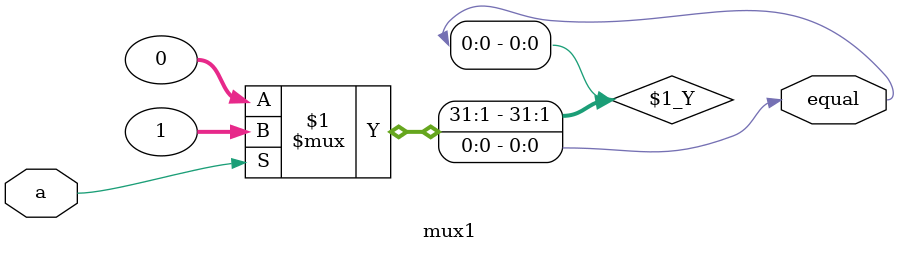
<source format=v>
module mux1 ( a, equal );
  input a; 
  output  equal;   
  
  assign equal = a ? 1 : 0;
endmodule

</source>
